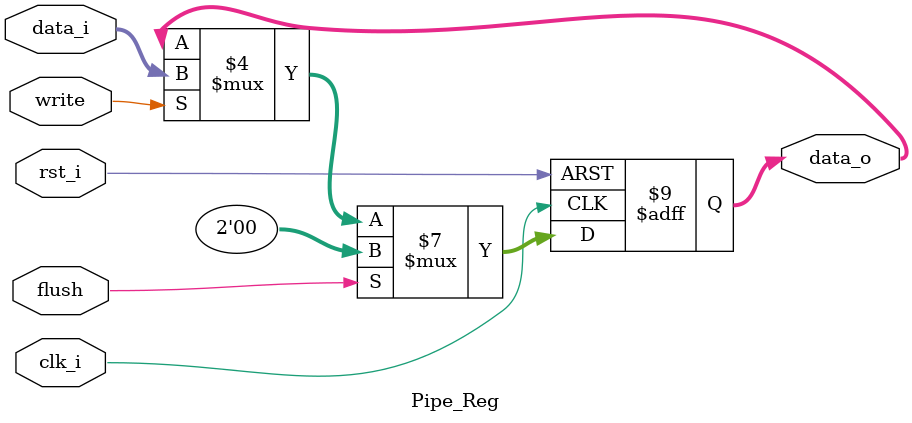
<source format=v>
`timescale 1ns / 1ps
/*******************************************************************
 * Create Date: 	2016/05/03
 * Design Name: 	Pipeline CPU
 * Module Name:		Pipe_Reg 
 * Project Name: 	Architecture Project_3 Pipeline CPU
 ******************************************************************/
module Pipe_Reg(
            rst_i,
			clk_i,
			write,
			flush,
			data_i,
			data_o
);
					
parameter size = 0;
input	rst_i;
input	clk_i;	
input	write;
input 	flush;
input	[size-1: 0] data_i;
output reg [size-1: 0] data_o;
	  
always @(posedge clk_i or negedge  rst_i) begin
	if(rst_i == 0) data_o <= 0;
	else if(flush) data_o <= 0;
    else if(write) data_o <= data_i;
	else data_o <= data_o;
end

endmodule	
</source>
